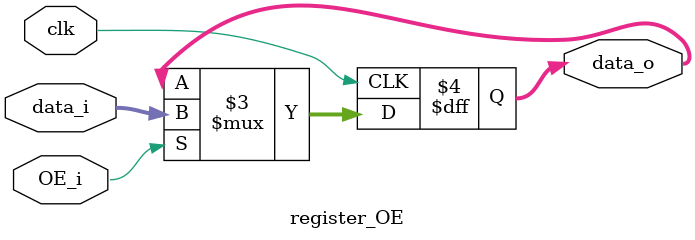
<source format=v>
module register_OE(clk, data_i, data_o, OE_i);
    parameter DATA_WITDH = 32;

    // Declare port type
    input clk, OE_i;
    input [DATA_WITDH - 1:0] data_i;
    output reg [DATA_WITDH - 1:0] data_o;

    always @ (posedge clk) 
    begin   
        data_o <= (OE_i == 1'b1) ? data_i : data_o;
    end
endmodule
</source>
